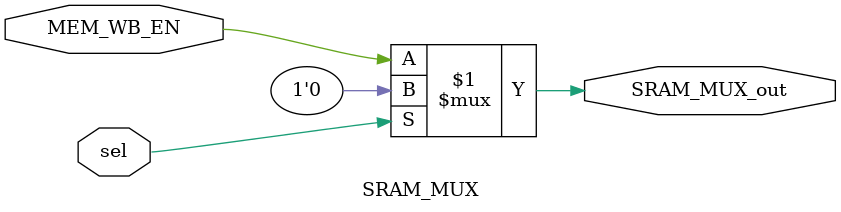
<source format=v>
module SRAM_MUX (
  input sel,
	input MEM_WB_EN,
	output SRAM_MUX_out
);

assign SRAM_MUX_out = sel ? 1'd0: MEM_WB_EN;

endmodule



</source>
